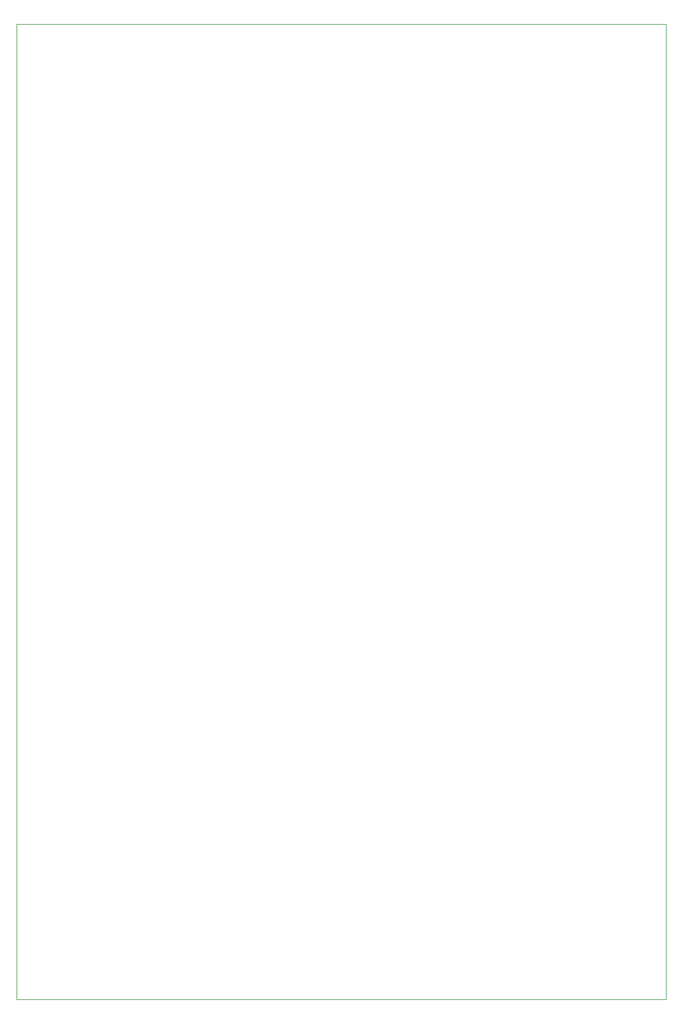
<source format=gbr>
G04 #@! TF.GenerationSoftware,KiCad,Pcbnew,5.1.6-c6e7f7d~87~ubuntu20.04.1*
G04 #@! TF.CreationDate,2020-10-18T19:21:13-04:00*
G04 #@! TF.ProjectId,noisebells,6e6f6973-6562-4656-9c6c-732e6b696361,rev?*
G04 #@! TF.SameCoordinates,Original*
G04 #@! TF.FileFunction,Profile,NP*
%FSLAX46Y46*%
G04 Gerber Fmt 4.6, Leading zero omitted, Abs format (unit mm)*
G04 Created by KiCad (PCBNEW 5.1.6-c6e7f7d~87~ubuntu20.04.1) date 2020-10-18 19:21:13*
%MOMM*%
%LPD*%
G01*
G04 APERTURE LIST*
G04 #@! TA.AperFunction,Profile*
%ADD10C,0.050000*%
G04 #@! TD*
G04 APERTURE END LIST*
D10*
X255000000Y-65400000D02*
X255000000Y-209400000D01*
X159000000Y-209400000D02*
X159000000Y-65400000D01*
X159000000Y-65400000D02*
X255000000Y-65400000D01*
X255000000Y-209400000D02*
X159000000Y-209400000D01*
M02*

</source>
